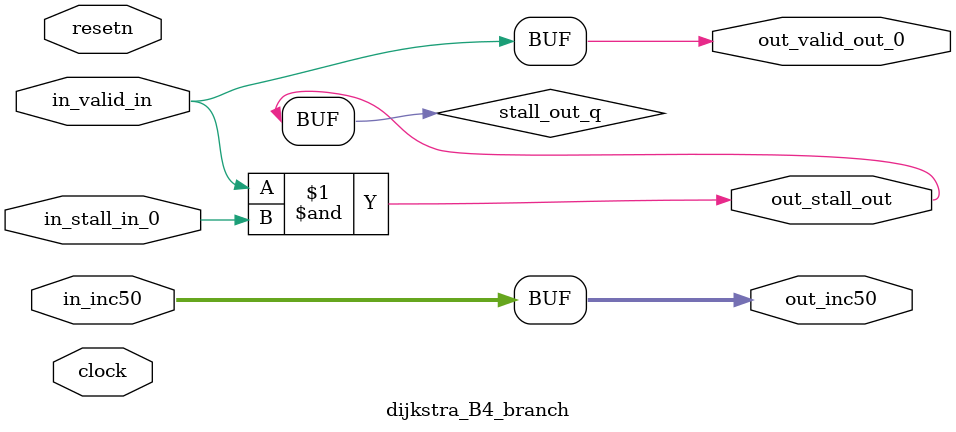
<source format=sv>



(* altera_attribute = "-name AUTO_SHIFT_REGISTER_RECOGNITION OFF; -name MESSAGE_DISABLE 10036; -name MESSAGE_DISABLE 10037; -name MESSAGE_DISABLE 14130; -name MESSAGE_DISABLE 14320; -name MESSAGE_DISABLE 15400; -name MESSAGE_DISABLE 14130; -name MESSAGE_DISABLE 10036; -name MESSAGE_DISABLE 12020; -name MESSAGE_DISABLE 12030; -name MESSAGE_DISABLE 12010; -name MESSAGE_DISABLE 12110; -name MESSAGE_DISABLE 14320; -name MESSAGE_DISABLE 13410; -name MESSAGE_DISABLE 113007; -name MESSAGE_DISABLE 10958" *)
module dijkstra_B4_branch (
    input wire [31:0] in_inc50,
    input wire [0:0] in_stall_in_0,
    input wire [0:0] in_valid_in,
    output wire [31:0] out_inc50,
    output wire [0:0] out_stall_out,
    output wire [0:0] out_valid_out_0,
    input wire clock,
    input wire resetn
    );

    wire [0:0] stall_out_q;


    // out_inc50(GPOUT,5)
    assign out_inc50 = in_inc50;

    // stall_out(LOGICAL,8)
    assign stall_out_q = in_valid_in & in_stall_in_0;

    // out_stall_out(GPOUT,6)
    assign out_stall_out = stall_out_q;

    // out_valid_out_0(GPOUT,7)
    assign out_valid_out_0 = in_valid_in;

endmodule

</source>
